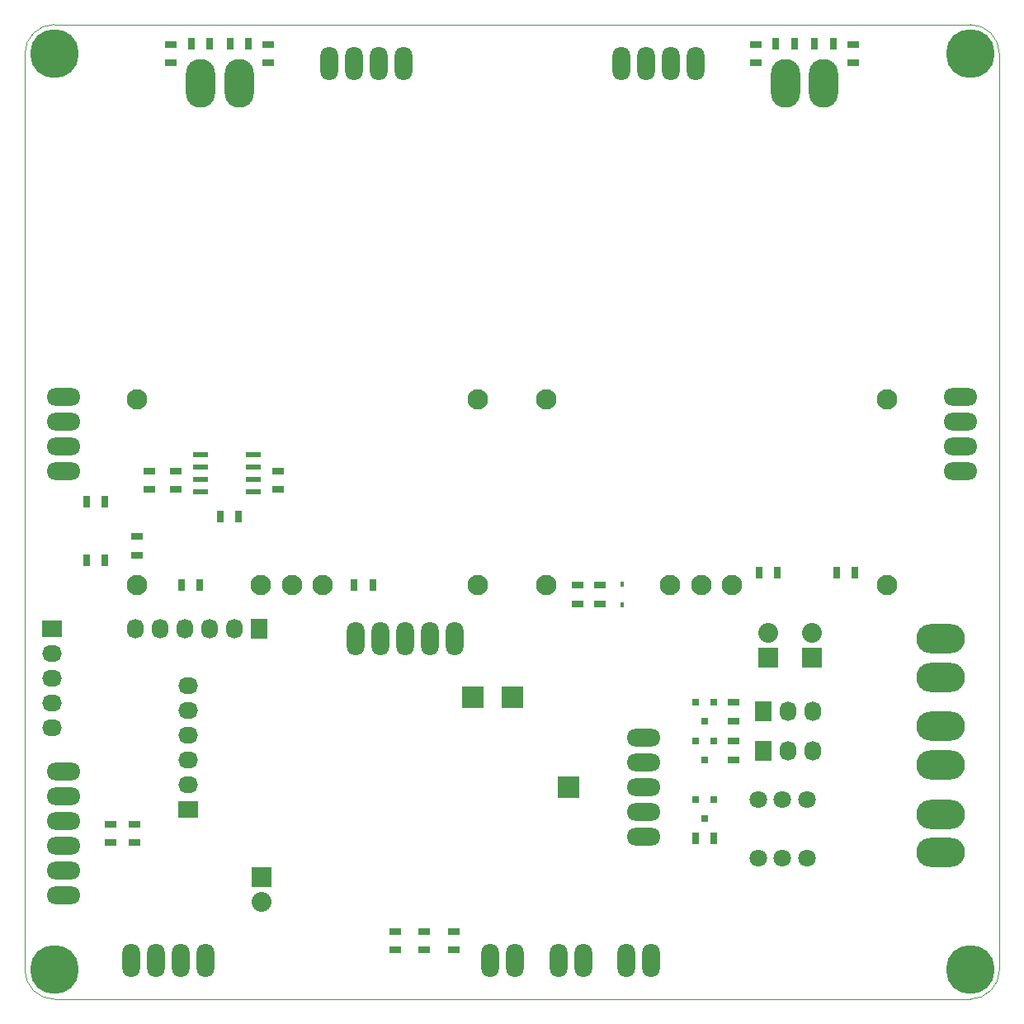
<source format=gbs>
G04 #@! TF.FileFunction,Soldermask,Bot*
%FSLAX46Y46*%
G04 Gerber Fmt 4.6, Leading zero omitted, Abs format (unit mm)*
G04 Created by KiCad (PCBNEW 0.201506102247+5730~23~ubuntu15.04.1-product) date mar. 23 juin 2015 23:18:55 CEST*
%MOMM*%
G01*
G04 APERTURE LIST*
%ADD10C,0.100000*%
%ADD11R,1.300000X0.700000*%
%ADD12R,0.700000X1.300000*%
%ADD13R,0.450000X0.590000*%
%ADD14R,2.032000X2.032000*%
%ADD15O,2.032000X2.032000*%
%ADD16C,5.000000*%
%ADD17O,5.001260X2.999740*%
%ADD18R,1.727200X2.032000*%
%ADD19O,1.727200X2.032000*%
%ADD20R,2.032000X1.727200*%
%ADD21O,2.032000X1.727200*%
%ADD22O,1.800860X3.500120*%
%ADD23O,3.500120X1.800860*%
%ADD24O,2.999740X5.001260*%
%ADD25R,2.235200X2.235200*%
%ADD26R,0.800100X0.800100*%
%ADD27R,1.550000X0.600000*%
%ADD28C,1.800000*%
%ADD29C,2.100000*%
G04 APERTURE END LIST*
D10*
X100000000Y-137000000D02*
X100000000Y-43000000D01*
X197000000Y-140000000D02*
X103000000Y-140000000D01*
X200000000Y-43000000D02*
X200000000Y-137000000D01*
X103000000Y-40000000D02*
X197000000Y-40000000D01*
X200000000Y-43000000D02*
G75*
G03X197000000Y-40000000I-3000000J0D01*
G01*
X103000000Y-40000000D02*
G75*
G03X100000000Y-43000000I0J-3000000D01*
G01*
X100000000Y-137000000D02*
G75*
G03X103000000Y-140000000I3000000J0D01*
G01*
X197000000Y-140000000D02*
G75*
G03X200000000Y-137000000I0J3000000D01*
G01*
D11*
X111500000Y-94450000D03*
X111500000Y-92550000D03*
X156750000Y-97550000D03*
X156750000Y-99450000D03*
X126000000Y-85800000D03*
X126000000Y-87700000D03*
X115500000Y-85800000D03*
X115500000Y-87700000D03*
X175000000Y-43950000D03*
X175000000Y-42050000D03*
D12*
X178950000Y-42000000D03*
X177050000Y-42000000D03*
D11*
X185000000Y-43950000D03*
X185000000Y-42050000D03*
X115000000Y-43950000D03*
X115000000Y-42050000D03*
D12*
X118950000Y-42000000D03*
X117050000Y-42000000D03*
D11*
X125000000Y-43950000D03*
X125000000Y-42050000D03*
D12*
X120050000Y-90500000D03*
X121950000Y-90500000D03*
D13*
X161250000Y-99555000D03*
X161250000Y-97445000D03*
D14*
X176250000Y-105000000D03*
D15*
X176250000Y-102460000D03*
D14*
X180750000Y-105000000D03*
D15*
X180750000Y-102460000D03*
D14*
X124250000Y-127500000D03*
D15*
X124250000Y-130040000D03*
D16*
X103000000Y-137000000D03*
X103000000Y-43000000D03*
X197000000Y-137000000D03*
X197000000Y-43000000D03*
D17*
X194000000Y-124981200D03*
X194000000Y-121018800D03*
X194000000Y-115981200D03*
X194000000Y-112018800D03*
D18*
X175750000Y-110500000D03*
D19*
X178290000Y-110500000D03*
X180830000Y-110500000D03*
D18*
X175750000Y-114500000D03*
D19*
X178290000Y-114500000D03*
X180830000Y-114500000D03*
D20*
X102750000Y-102000000D03*
D21*
X102750000Y-104540000D03*
X102750000Y-107080000D03*
X102750000Y-109620000D03*
X102750000Y-112160000D03*
D17*
X194000000Y-106981200D03*
X194000000Y-103018800D03*
D18*
X124000000Y-102000000D03*
D19*
X121460000Y-102000000D03*
X118920000Y-102000000D03*
X116380000Y-102000000D03*
X113840000Y-102000000D03*
X111300000Y-102000000D03*
D22*
X154730000Y-136000000D03*
X157270000Y-136000000D03*
X161730000Y-136000000D03*
X164270000Y-136000000D03*
D23*
X163500000Y-123330000D03*
X163500000Y-120790000D03*
X163500000Y-118250000D03*
X163500000Y-115710000D03*
X163500000Y-113170000D03*
D22*
X133920000Y-103000000D03*
X136460000Y-103000000D03*
X139000000Y-103000000D03*
X141540000Y-103000000D03*
X144080000Y-103000000D03*
D24*
X181981200Y-46000000D03*
X178018800Y-46000000D03*
X121981200Y-46000000D03*
X118018800Y-46000000D03*
D22*
X110940000Y-136000000D03*
X113480000Y-136000000D03*
X116020000Y-136000000D03*
X118560000Y-136000000D03*
D23*
X104000000Y-78190000D03*
X104000000Y-80730000D03*
X104000000Y-83270000D03*
X104000000Y-85810000D03*
D22*
X168810000Y-44000000D03*
X166270000Y-44000000D03*
X163730000Y-44000000D03*
X161190000Y-44000000D03*
D23*
X196000000Y-85810000D03*
X196000000Y-83270000D03*
X196000000Y-80730000D03*
X196000000Y-78190000D03*
D22*
X138810000Y-44000000D03*
X136270000Y-44000000D03*
X133730000Y-44000000D03*
X131190000Y-44000000D03*
D20*
X116750000Y-120500000D03*
D21*
X116750000Y-117960000D03*
X116750000Y-115420000D03*
X116750000Y-112880000D03*
X116750000Y-110340000D03*
X116750000Y-107800000D03*
D23*
X104000000Y-116650000D03*
X104000000Y-119190000D03*
X104000000Y-121730000D03*
X104000000Y-124270000D03*
X104000000Y-126810000D03*
X104000000Y-129350000D03*
D22*
X147730000Y-136000000D03*
X150270000Y-136000000D03*
D25*
X146000000Y-109000000D03*
X150000000Y-109000000D03*
X155750000Y-118250000D03*
D26*
X168800000Y-109499240D03*
X170700000Y-109499240D03*
X169750000Y-111498220D03*
X168800000Y-113499240D03*
X170700000Y-113499240D03*
X169750000Y-115498220D03*
X168800000Y-119499240D03*
X170700000Y-119499240D03*
X169750000Y-121498220D03*
D12*
X135700000Y-97500000D03*
X133800000Y-97500000D03*
X175300000Y-96250000D03*
X177200000Y-96250000D03*
D11*
X172750000Y-111450000D03*
X172750000Y-109550000D03*
X172750000Y-115450000D03*
X172750000Y-113550000D03*
D12*
X168800000Y-123500000D03*
X170700000Y-123500000D03*
X117950000Y-97500000D03*
X116050000Y-97500000D03*
D11*
X144000000Y-133050000D03*
X144000000Y-134950000D03*
X141000000Y-133050000D03*
X141000000Y-134950000D03*
X138000000Y-133050000D03*
X138000000Y-134950000D03*
D12*
X108200000Y-89000000D03*
X106300000Y-89000000D03*
X185200000Y-96250000D03*
X183300000Y-96250000D03*
X108200000Y-95000000D03*
X106300000Y-95000000D03*
D11*
X112750000Y-85800000D03*
X112750000Y-87700000D03*
X111250000Y-123950000D03*
X111250000Y-122050000D03*
X108750000Y-122050000D03*
X108750000Y-123950000D03*
D12*
X181050000Y-42000000D03*
X182950000Y-42000000D03*
X121050000Y-42000000D03*
X122950000Y-42000000D03*
D11*
X159000000Y-99450000D03*
X159000000Y-97550000D03*
D27*
X123450000Y-84095000D03*
X123450000Y-85365000D03*
X123450000Y-86635000D03*
X123450000Y-87905000D03*
X118050000Y-87905000D03*
X118050000Y-86635000D03*
X118050000Y-85365000D03*
X118050000Y-84095000D03*
D28*
X177750000Y-119500000D03*
X175250000Y-119500000D03*
X180250000Y-119500000D03*
X177750000Y-125500000D03*
X175250000Y-125500000D03*
X180250000Y-125500000D03*
D29*
X111535000Y-78475000D03*
X111535000Y-97525000D03*
X124225000Y-97525000D03*
X127415000Y-97525000D03*
X130585000Y-97525000D03*
X146465000Y-97525000D03*
X146465000Y-78475000D03*
X153535000Y-78475000D03*
X153535000Y-97525000D03*
X166225000Y-97525000D03*
X169415000Y-97525000D03*
X172585000Y-97525000D03*
X188465000Y-97525000D03*
X188465000Y-78475000D03*
M02*

</source>
